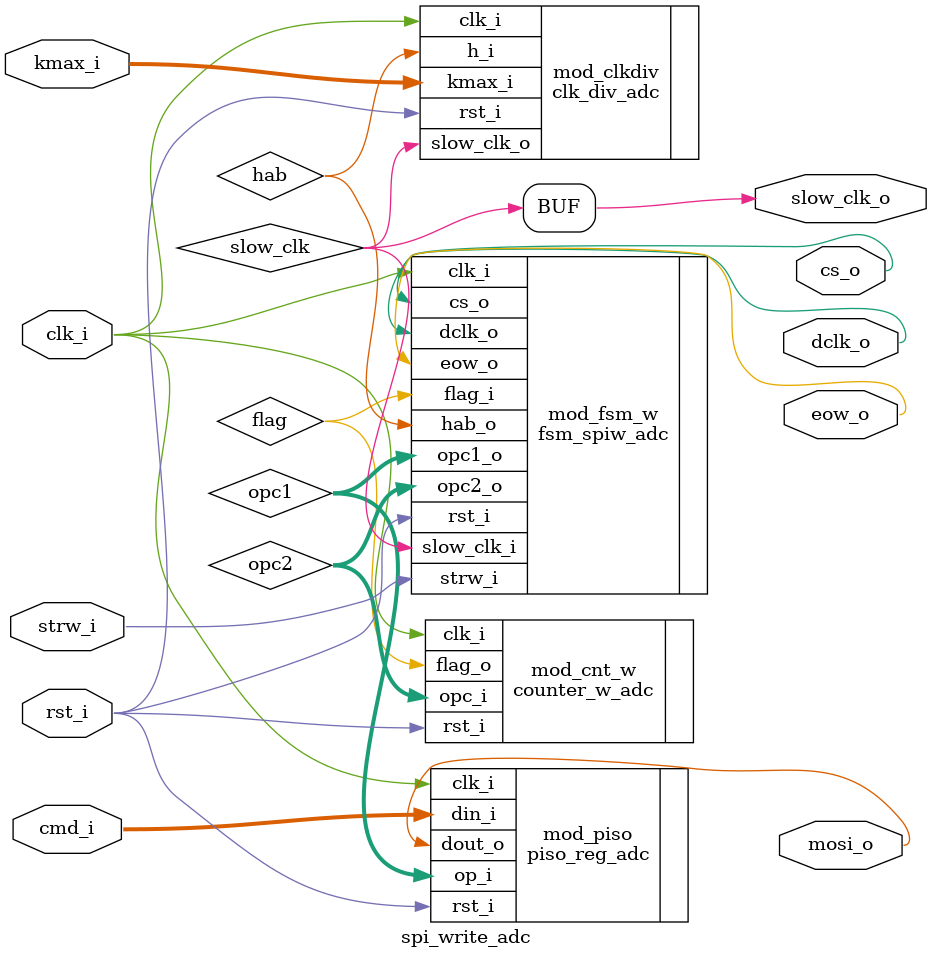
<source format=v>

module spi_write_adc (
  input        rst_i,
  input        clk_i,
  input        strw_i,
  input  [7:0] cmd_i,
  input  [7:0] kmax_i,
  output       mosi_o,
  output       dclk_o,
  output       cs_o,
  output       eow_o,
  output       slow_clk_o
);

  wire [1:0] opc1, opc2;
  wire slow_clk, flag, hab;
  
  //localparam cmd_i = 8'b10010111;
  
  piso_reg_adc   #(.Width(8))  mod_piso    (.rst_i(rst_i), .clk_i(clk_i), .din_i(cmd_i), .op_i(opc1), .dout_o(mosi_o));
  counter_w_adc  #(.Width(5))  mod_cnt_w   (.rst_i(rst_i), .clk_i(clk_i), .opc_i(opc2), .flag_o(flag));
  clk_div_adc    #(.Width(8))  mod_clkdiv  (.rst_i(rst_i), .clk_i(clk_i), .h_i(hab), .kmax_i(kmax_i), .slow_clk_o(slow_clk));
  
  fsm_spiw_adc  mod_fsm_w (
    .rst_i(rst_i),
    .clk_i(clk_i),
    .strw_i(strw_i),
    .slow_clk_i(slow_clk),
    .flag_i(flag),
    .opc1_o(opc1),
    .opc2_o(opc2),
    .cs_o(cs_o),
    .dclk_o(dclk_o),
    .hab_o(hab),
    .eow_o(eow_o)
  );

  assign slow_clk_o = slow_clk;

endmodule
</source>
